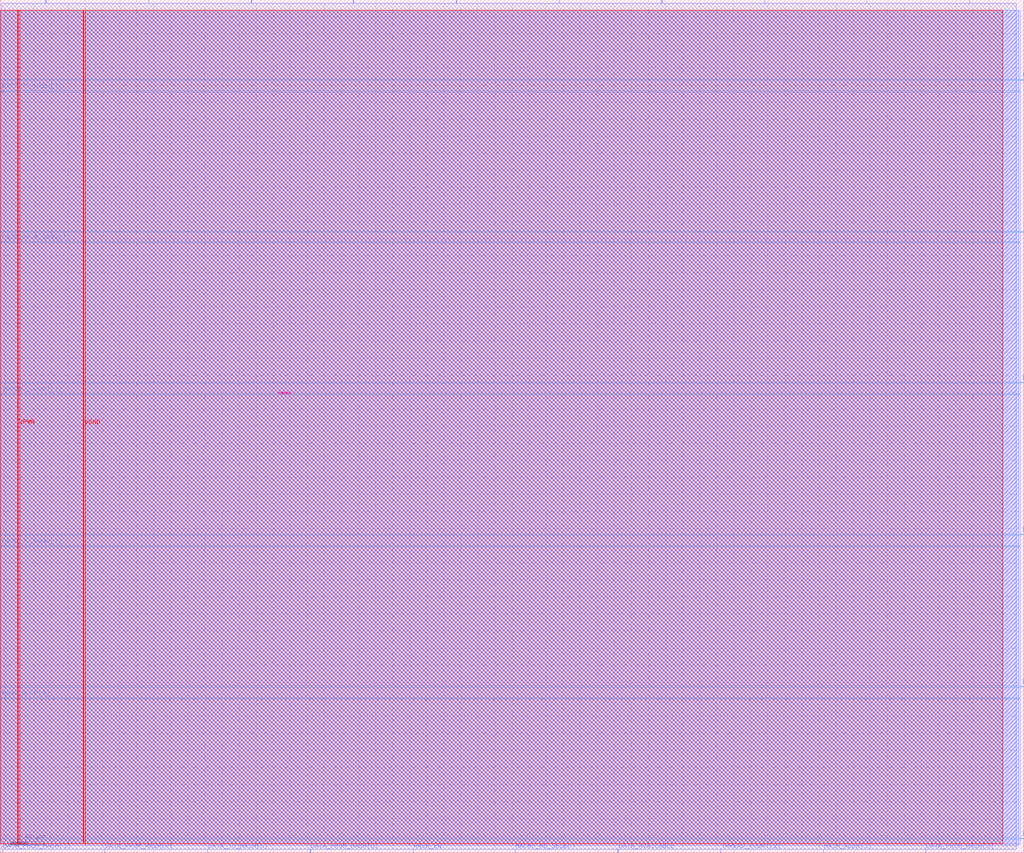
<source format=lef>
VERSION 5.7 ;
  NOWIREEXTENSIONATPIN ON ;
  DIVIDERCHAR "/" ;
  BUSBITCHARS "[]" ;
MACRO decred_hash_macro
  CLASS BLOCK ;
  FOREIGN decred_hash_macro ;
  ORIGIN 0.000 0.000 ;
  SIZE 1200.000 BY 1000.000 ;
  PIN CLK
    DIRECTION INPUT ;
    PORT
      LAYER met2 ;
        RECT 655.130 996.000 655.410 1000.000 ;
    END
  END CLK
  PIN DATA_AVAILABLE
    DIRECTION OUTPUT TRISTATE ;
    PORT
      LAYER met2 ;
        RECT 724.130 0.000 724.410 4.000 ;
    END
  END DATA_AVAILABLE
  PIN DATA_FROM_HASH[0]
    DIRECTION OUTPUT TRISTATE ;
    PORT
      LAYER met2 ;
        RECT 122.450 0.000 122.730 4.000 ;
    END
  END DATA_FROM_HASH[0]
  PIN DATA_FROM_HASH[1]
    DIRECTION OUTPUT TRISTATE ;
    PORT
      LAYER met2 ;
        RECT 2.850 0.000 3.130 4.000 ;
    END
  END DATA_FROM_HASH[1]
  PIN DATA_FROM_HASH[2]
    DIRECTION OUTPUT TRISTATE ;
    PORT
      LAYER met2 ;
        RECT 896.170 996.000 896.450 1000.000 ;
    END
  END DATA_FROM_HASH[2]
  PIN DATA_FROM_HASH[3]
    DIRECTION OUTPUT TRISTATE ;
    PORT
      LAYER met2 ;
        RECT 1084.770 0.000 1085.050 4.000 ;
    END
  END DATA_FROM_HASH[3]
  PIN DATA_FROM_HASH[4]
    DIRECTION OUTPUT TRISTATE ;
    PORT
      LAYER met3 ;
        RECT 1196.000 194.520 1200.000 195.120 ;
    END
  END DATA_FROM_HASH[4]
  PIN DATA_FROM_HASH[5]
    DIRECTION OUTPUT TRISTATE ;
    PORT
      LAYER met2 ;
        RECT 363.490 0.000 363.770 4.000 ;
    END
  END DATA_FROM_HASH[5]
  PIN DATA_FROM_HASH[6]
    DIRECTION OUTPUT TRISTATE ;
    PORT
      LAYER met2 ;
        RECT 173.970 996.000 174.250 1000.000 ;
    END
  END DATA_FROM_HASH[6]
  PIN DATA_FROM_HASH[7]
    DIRECTION OUTPUT TRISTATE ;
    PORT
      LAYER met3 ;
        RECT 0.000 715.400 4.000 716.000 ;
    END
  END DATA_FROM_HASH[7]
  PIN DATA_TO_HASH[0]
    DIRECTION INPUT ;
    PORT
      LAYER met2 ;
        RECT 414.090 996.000 414.370 1000.000 ;
    END
  END DATA_TO_HASH[0]
  PIN DATA_TO_HASH[1]
    DIRECTION INPUT ;
    PORT
      LAYER met3 ;
        RECT 0.000 359.080 4.000 359.680 ;
    END
  END DATA_TO_HASH[1]
  PIN DATA_TO_HASH[2]
    DIRECTION INPUT ;
    PORT
      LAYER met3 ;
        RECT 1196.000 372.680 1200.000 373.280 ;
    END
  END DATA_TO_HASH[2]
  PIN DATA_TO_HASH[3]
    DIRECTION INPUT ;
    PORT
      LAYER met3 ;
        RECT 1196.000 16.360 1200.000 16.960 ;
    END
  END DATA_TO_HASH[3]
  PIN DATA_TO_HASH[4]
    DIRECTION INPUT ;
    PORT
      LAYER met3 ;
        RECT 0.000 892.200 4.000 892.800 ;
    END
  END DATA_TO_HASH[4]
  PIN DATA_TO_HASH[5]
    DIRECTION INPUT ;
    PORT
      LAYER met2 ;
        RECT 242.970 0.000 243.250 4.000 ;
    END
  END DATA_TO_HASH[5]
  PIN DATA_TO_HASH[6]
    DIRECTION INPUT ;
    PORT
      LAYER met2 ;
        RECT 1015.770 996.000 1016.050 1000.000 ;
    END
  END DATA_TO_HASH[6]
  PIN DATA_TO_HASH[7]
    DIRECTION INPUT ;
    PORT
      LAYER met2 ;
        RECT 294.490 996.000 294.770 1000.000 ;
    END
  END DATA_TO_HASH[7]
  PIN HASH_ADDR[0]
    DIRECTION INPUT ;
    PORT
      LAYER met2 ;
        RECT 775.650 996.000 775.930 1000.000 ;
    END
  END HASH_ADDR[0]
  PIN HASH_ADDR[1]
    DIRECTION INPUT ;
    PORT
      LAYER met2 ;
        RECT 53.450 996.000 53.730 1000.000 ;
    END
  END HASH_ADDR[1]
  PIN HASH_ADDR[2]
    DIRECTION INPUT ;
    PORT
      LAYER met2 ;
        RECT 1136.290 996.000 1136.570 1000.000 ;
    END
  END HASH_ADDR[2]
  PIN HASH_ADDR[3]
    DIRECTION INPUT ;
    PORT
      LAYER met2 ;
        RECT 965.170 0.000 965.450 4.000 ;
    END
  END HASH_ADDR[3]
  PIN HASH_ADDR[4]
    DIRECTION INPUT ;
    PORT
      LAYER met3 ;
        RECT 0.000 180.920 4.000 181.520 ;
    END
  END HASH_ADDR[4]
  PIN HASH_ADDR[5]
    DIRECTION INPUT ;
    PORT
      LAYER met3 ;
        RECT 1196.000 905.800 1200.000 906.400 ;
    END
  END HASH_ADDR[5]
  PIN HASH_EN
    DIRECTION INPUT ;
    PORT
      LAYER met2 ;
        RECT 484.010 0.000 484.290 4.000 ;
    END
  END HASH_EN
  PIN MACRO_RD_SELECT
    DIRECTION INPUT ;
    PORT
      LAYER met2 ;
        RECT 603.610 0.000 603.890 4.000 ;
    END
  END MACRO_RD_SELECT
  PIN MACRO_WR_SELECT
    DIRECTION INPUT ;
    PORT
      LAYER met3 ;
        RECT 1196.000 550.840 1200.000 551.440 ;
    END
  END MACRO_WR_SELECT
  PIN THREAD_COUNT[0]
    DIRECTION OUTPUT TRISTATE ;
    PORT
      LAYER met3 ;
        RECT 1196.000 727.640 1200.000 728.240 ;
    END
  END THREAD_COUNT[0]
  PIN THREAD_COUNT[1]
    DIRECTION OUTPUT TRISTATE ;
    PORT
      LAYER met3 ;
        RECT 0.000 537.240 4.000 537.840 ;
    END
  END THREAD_COUNT[1]
  PIN THREAD_COUNT[2]
    DIRECTION OUTPUT TRISTATE ;
    PORT
      LAYER met2 ;
        RECT 534.610 996.000 534.890 1000.000 ;
    END
  END THREAD_COUNT[2]
  PIN THREAD_COUNT[3]
    DIRECTION OUTPUT TRISTATE ;
    PORT
      LAYER met2 ;
        RECT 844.650 0.000 844.930 4.000 ;
    END
  END THREAD_COUNT[3]
  PIN VPWR
    DIRECTION INPUT ;
    USE POWER ;
    PORT
      LAYER met4 ;
        RECT 21.040 10.640 22.640 987.600 ;
    END
  END VPWR
  PIN VGND
    DIRECTION INPUT ;
    USE GROUND ;
    PORT
      LAYER met4 ;
        RECT 97.840 10.640 99.440 987.600 ;
    END
  END VGND
  OBS
      LAYER li1 ;
        RECT 5.520 10.795 1194.160 987.445 ;
      LAYER met1 ;
        RECT 3.750 8.540 1194.160 987.600 ;
      LAYER met2 ;
        RECT 1.930 995.720 53.170 996.000 ;
        RECT 54.010 995.720 173.690 996.000 ;
        RECT 174.530 995.720 294.210 996.000 ;
        RECT 295.050 995.720 413.810 996.000 ;
        RECT 414.650 995.720 534.330 996.000 ;
        RECT 535.170 995.720 654.850 996.000 ;
        RECT 655.690 995.720 775.370 996.000 ;
        RECT 776.210 995.720 895.890 996.000 ;
        RECT 896.730 995.720 1015.490 996.000 ;
        RECT 1016.330 995.720 1136.010 996.000 ;
        RECT 1136.850 995.720 1191.300 996.000 ;
        RECT 1.930 4.280 1191.300 995.720 ;
        RECT 1.930 4.000 2.570 4.280 ;
        RECT 3.410 4.000 122.170 4.280 ;
        RECT 123.010 4.000 242.690 4.280 ;
        RECT 243.530 4.000 363.210 4.280 ;
        RECT 364.050 4.000 483.730 4.280 ;
        RECT 484.570 4.000 603.330 4.280 ;
        RECT 604.170 4.000 723.850 4.280 ;
        RECT 724.690 4.000 844.370 4.280 ;
        RECT 845.210 4.000 964.890 4.280 ;
        RECT 965.730 4.000 1084.490 4.280 ;
        RECT 1085.330 4.000 1191.300 4.280 ;
      LAYER met3 ;
        RECT 0.270 906.800 1196.000 987.525 ;
        RECT 0.270 905.400 1195.600 906.800 ;
        RECT 0.270 893.200 1196.000 905.400 ;
        RECT 4.400 891.800 1196.000 893.200 ;
        RECT 0.270 728.640 1196.000 891.800 ;
        RECT 0.270 727.240 1195.600 728.640 ;
        RECT 0.270 716.400 1196.000 727.240 ;
        RECT 4.400 715.000 1196.000 716.400 ;
        RECT 0.270 551.840 1196.000 715.000 ;
        RECT 0.270 550.440 1195.600 551.840 ;
        RECT 0.270 538.240 1196.000 550.440 ;
        RECT 4.400 536.840 1196.000 538.240 ;
        RECT 0.270 373.680 1196.000 536.840 ;
        RECT 0.270 372.280 1195.600 373.680 ;
        RECT 0.270 360.080 1196.000 372.280 ;
        RECT 4.400 358.680 1196.000 360.080 ;
        RECT 0.270 195.520 1196.000 358.680 ;
        RECT 0.270 194.120 1195.600 195.520 ;
        RECT 0.270 181.920 1196.000 194.120 ;
        RECT 4.400 180.520 1196.000 181.920 ;
        RECT 0.270 17.360 1196.000 180.520 ;
        RECT 0.270 15.960 1195.600 17.360 ;
        RECT 0.270 10.715 1196.000 15.960 ;
      LAYER met4 ;
        RECT 0.295 10.640 20.640 987.600 ;
        RECT 23.040 10.640 97.440 987.600 ;
        RECT 99.840 10.640 1175.465 987.600 ;
      LAYER met5 ;
        RECT 326.260 538.100 339.820 539.700 ;
  END
END decred_hash_macro
END LIBRARY


</source>
